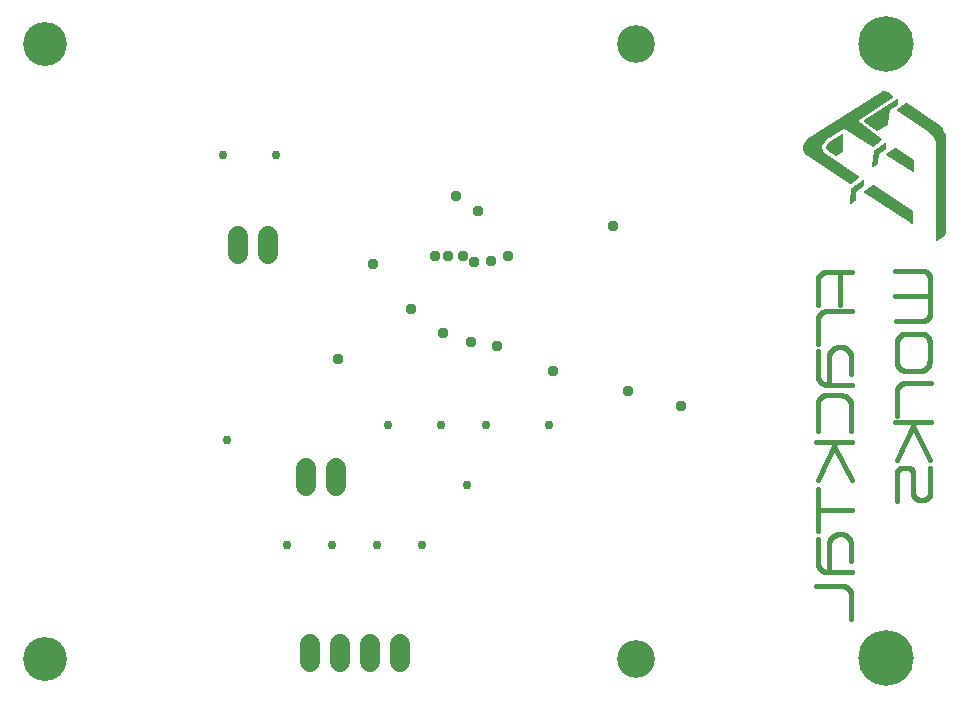
<source format=gbr>
G04 EAGLE Gerber RS-274X export*
G75*
%MOMM*%
%FSLAX34Y34*%
%LPD*%
%INSoldermask Bottom*%
%IPPOS*%
%AMOC8*
5,1,8,0,0,1.08239X$1,22.5*%
G01*
%ADD10C,4.703294*%
%ADD11C,3.203194*%
%ADD12C,3.712694*%
%ADD13C,1.727200*%
%ADD14C,0.762000*%
%ADD15C,0.406400*%
%ADD16C,0.959600*%

G36*
X848633Y537094D02*
X848633Y537094D01*
X848699Y537093D01*
X848721Y537103D01*
X848739Y537105D01*
X848772Y537126D01*
X848831Y537152D01*
X857213Y542994D01*
X857238Y543022D01*
X857270Y543042D01*
X857296Y543085D01*
X857329Y543123D01*
X857339Y543159D01*
X857358Y543191D01*
X857362Y543241D01*
X857376Y543290D01*
X857369Y543326D01*
X857372Y543364D01*
X857353Y543410D01*
X857344Y543460D01*
X857321Y543490D01*
X857307Y543524D01*
X857262Y543568D01*
X857239Y543598D01*
X857221Y543607D01*
X857203Y543625D01*
X828263Y562411D01*
X827166Y563282D01*
X826266Y564331D01*
X825582Y565532D01*
X825138Y566840D01*
X824951Y568209D01*
X825026Y569589D01*
X825362Y570930D01*
X825946Y572182D01*
X826757Y573301D01*
X827773Y574252D01*
X834653Y579106D01*
X841922Y583349D01*
X842504Y583576D01*
X843108Y583666D01*
X843718Y583620D01*
X844301Y583438D01*
X844861Y583113D01*
X867462Y568892D01*
X867522Y568871D01*
X867579Y568843D01*
X867603Y568844D01*
X867625Y568836D01*
X867689Y568844D01*
X867752Y568844D01*
X867776Y568855D01*
X867797Y568858D01*
X867829Y568879D01*
X867884Y568904D01*
X875758Y574492D01*
X875774Y574510D01*
X875795Y574522D01*
X875831Y574574D01*
X875873Y574622D01*
X875879Y574645D01*
X875893Y574665D01*
X875901Y574728D01*
X875918Y574789D01*
X875913Y574813D01*
X875917Y574836D01*
X875897Y574897D01*
X875884Y574959D01*
X875870Y574978D01*
X875862Y575001D01*
X875800Y575068D01*
X875779Y575096D01*
X875771Y575100D01*
X875764Y575108D01*
X857231Y588817D01*
X856755Y589213D01*
X856414Y589685D01*
X856200Y590226D01*
X856128Y590804D01*
X856200Y591382D01*
X856414Y591923D01*
X856755Y592395D01*
X857220Y592782D01*
X885648Y610803D01*
X885672Y610827D01*
X885702Y610844D01*
X885732Y610888D01*
X885769Y610927D01*
X885780Y610959D01*
X885799Y610988D01*
X885806Y611040D01*
X885823Y611091D01*
X885818Y611125D01*
X885823Y611159D01*
X885806Y611210D01*
X885798Y611263D01*
X885779Y611291D01*
X885768Y611324D01*
X885722Y611373D01*
X885700Y611405D01*
X885685Y611414D01*
X885670Y611430D01*
X880844Y614986D01*
X880826Y614994D01*
X880808Y615009D01*
X879780Y615602D01*
X879746Y615612D01*
X879701Y615636D01*
X878567Y615985D01*
X878532Y615987D01*
X878483Y616001D01*
X877300Y616088D01*
X877265Y616083D01*
X877214Y616085D01*
X876041Y615907D01*
X876009Y615894D01*
X875959Y615885D01*
X874854Y615450D01*
X874826Y615430D01*
X874779Y615410D01*
X873804Y614743D01*
X812340Y575122D01*
X812328Y575109D01*
X812309Y575099D01*
X811027Y574079D01*
X811008Y574054D01*
X810972Y574025D01*
X809924Y572766D01*
X809909Y572737D01*
X809880Y572702D01*
X809108Y571256D01*
X809100Y571225D01*
X809079Y571185D01*
X808615Y569614D01*
X808613Y569581D01*
X808601Y569538D01*
X808464Y567905D01*
X808469Y567873D01*
X808466Y567827D01*
X808662Y566201D01*
X808674Y566171D01*
X808680Y566125D01*
X809201Y564572D01*
X809218Y564545D01*
X809233Y564502D01*
X810058Y563086D01*
X810081Y563063D01*
X810104Y563024D01*
X811199Y561805D01*
X811225Y561786D01*
X811256Y561753D01*
X812574Y560780D01*
X812583Y560776D01*
X812591Y560769D01*
X848405Y537147D01*
X848467Y537124D01*
X848526Y537094D01*
X848547Y537094D01*
X848567Y537087D01*
X848633Y537094D01*
G37*
G36*
X921512Y488834D02*
X921512Y488834D01*
X921585Y488831D01*
X921600Y488837D01*
X921613Y488837D01*
X921647Y488856D01*
X921719Y488885D01*
X926799Y492187D01*
X926812Y492201D01*
X926833Y492212D01*
X927885Y493073D01*
X927906Y493100D01*
X927943Y493133D01*
X928783Y494202D01*
X928797Y494233D01*
X928827Y494273D01*
X929413Y495499D01*
X929420Y495533D01*
X929441Y495578D01*
X929746Y496903D01*
X929746Y496937D01*
X929756Y496986D01*
X929766Y498345D01*
X929766Y498346D01*
X929766Y498347D01*
X930020Y573277D01*
X930017Y573289D01*
X930019Y573304D01*
X929824Y576111D01*
X929817Y576134D01*
X929817Y576166D01*
X929217Y578915D01*
X929206Y578937D01*
X929201Y578968D01*
X928209Y581601D01*
X928196Y581621D01*
X928186Y581651D01*
X926822Y584113D01*
X926806Y584131D01*
X926792Y584159D01*
X925087Y586397D01*
X925074Y586407D01*
X925067Y586421D01*
X925058Y586427D01*
X925050Y586439D01*
X923038Y588405D01*
X923017Y588418D01*
X922996Y588441D01*
X920720Y590096D01*
X920712Y590099D01*
X920705Y590106D01*
X896321Y606108D01*
X896261Y606130D01*
X896205Y606159D01*
X896181Y606159D01*
X896158Y606167D01*
X896095Y606161D01*
X896032Y606162D01*
X896007Y606151D01*
X895986Y606149D01*
X895954Y606128D01*
X895899Y606105D01*
X887263Y600263D01*
X887237Y600234D01*
X887204Y600214D01*
X887179Y600172D01*
X887145Y600136D01*
X887134Y600099D01*
X887114Y600065D01*
X887110Y600016D01*
X887096Y599970D01*
X887103Y599931D01*
X887100Y599893D01*
X887118Y599847D01*
X887126Y599799D01*
X887149Y599768D01*
X887163Y599732D01*
X887206Y599690D01*
X887229Y599659D01*
X887248Y599649D01*
X887267Y599630D01*
X915448Y581097D01*
X917043Y579856D01*
X918410Y578389D01*
X919527Y576724D01*
X920365Y574903D01*
X920905Y572971D01*
X921132Y570971D01*
X921132Y489204D01*
X921148Y489133D01*
X921160Y489061D01*
X921168Y489049D01*
X921171Y489035D01*
X921218Y488979D01*
X921259Y488920D01*
X921272Y488913D01*
X921281Y488902D01*
X921348Y488872D01*
X921412Y488837D01*
X921426Y488837D01*
X921440Y488831D01*
X921512Y488834D01*
G37*
G36*
X900840Y503918D02*
X900840Y503918D01*
X900938Y503928D01*
X901265Y504025D01*
X901293Y504041D01*
X901382Y504084D01*
X901656Y504286D01*
X901677Y504311D01*
X901746Y504381D01*
X901935Y504664D01*
X901946Y504695D01*
X901988Y504784D01*
X902069Y505115D01*
X902070Y505151D01*
X902080Y505206D01*
X902080Y513842D01*
X902074Y513869D01*
X902076Y513897D01*
X902054Y513952D01*
X902041Y514011D01*
X902023Y514032D01*
X902013Y514058D01*
X901955Y514115D01*
X901931Y514144D01*
X901920Y514149D01*
X901909Y514160D01*
X868381Y536258D01*
X868327Y536278D01*
X868276Y536306D01*
X868246Y536307D01*
X868219Y536317D01*
X868161Y536311D01*
X868103Y536314D01*
X868071Y536302D01*
X868046Y536299D01*
X868017Y536280D01*
X867968Y536261D01*
X859586Y530927D01*
X859554Y530894D01*
X859516Y530870D01*
X859494Y530833D01*
X859465Y530803D01*
X859451Y530760D01*
X859428Y530721D01*
X859424Y530678D01*
X859411Y530638D01*
X859418Y530593D01*
X859414Y530548D01*
X859430Y530509D01*
X859436Y530467D01*
X859462Y530429D01*
X859479Y530387D01*
X859515Y530352D01*
X859535Y530324D01*
X859558Y530311D01*
X859583Y530287D01*
X899969Y504125D01*
X899996Y504115D01*
X900027Y504094D01*
X900341Y503961D01*
X900373Y503955D01*
X900468Y503931D01*
X900808Y503912D01*
X900840Y503918D01*
G37*
G36*
X871317Y582057D02*
X871317Y582057D01*
X871373Y582061D01*
X871436Y582086D01*
X871479Y582097D01*
X871506Y582116D01*
X871546Y582132D01*
X880436Y587466D01*
X880498Y587520D01*
X880565Y587568D01*
X880582Y587593D01*
X880605Y587614D01*
X880644Y587686D01*
X880690Y587754D01*
X880699Y587787D01*
X880712Y587811D01*
X880719Y587859D01*
X880740Y587934D01*
X882227Y600332D01*
X888700Y604363D01*
X888702Y604364D01*
X888703Y604365D01*
X888734Y604393D01*
X888737Y604394D01*
X888740Y604398D01*
X888785Y604439D01*
X888867Y604513D01*
X888868Y604515D01*
X888869Y604516D01*
X888920Y604615D01*
X888970Y604712D01*
X888971Y604714D01*
X888972Y604716D01*
X888999Y604901D01*
X888999Y608584D01*
X888996Y608604D01*
X888998Y608624D01*
X888976Y608714D01*
X888960Y608805D01*
X888949Y608822D01*
X888945Y608842D01*
X888893Y608918D01*
X888845Y608998D01*
X888830Y609011D01*
X888819Y609027D01*
X888743Y609081D01*
X888671Y609139D01*
X888652Y609146D01*
X888636Y609158D01*
X888546Y609182D01*
X888459Y609211D01*
X888439Y609211D01*
X888419Y609216D01*
X888327Y609207D01*
X888234Y609205D01*
X888216Y609197D01*
X888196Y609195D01*
X888036Y609124D01*
X888027Y609120D01*
X888026Y609120D01*
X888025Y609119D01*
X860085Y591339D01*
X860035Y591294D01*
X859980Y591256D01*
X859954Y591218D01*
X859920Y591187D01*
X859889Y591127D01*
X859851Y591073D01*
X859839Y591028D01*
X859818Y590987D01*
X859810Y590921D01*
X859793Y590856D01*
X859797Y590810D01*
X859792Y590764D01*
X859808Y590699D01*
X859814Y590633D01*
X859834Y590591D01*
X859845Y590546D01*
X859883Y590491D01*
X859912Y590431D01*
X859950Y590393D01*
X859971Y590361D01*
X860004Y590337D01*
X860044Y590297D01*
X870839Y582169D01*
X870889Y582144D01*
X870934Y582110D01*
X870988Y582094D01*
X871039Y582068D01*
X871095Y582062D01*
X871149Y582046D01*
X871206Y582049D01*
X871262Y582043D01*
X871317Y582057D01*
G37*
G36*
X902240Y547763D02*
X902240Y547763D01*
X902309Y547765D01*
X902325Y547774D01*
X902344Y547777D01*
X902401Y547815D01*
X902461Y547848D01*
X902472Y547863D01*
X902487Y547874D01*
X902521Y547934D01*
X902561Y547990D01*
X902565Y548010D01*
X902573Y548024D01*
X902575Y548063D01*
X902588Y548132D01*
X902588Y557530D01*
X902582Y557558D01*
X902584Y557586D01*
X902562Y557641D01*
X902549Y557699D01*
X902531Y557721D01*
X902520Y557747D01*
X902463Y557803D01*
X902439Y557832D01*
X902427Y557837D01*
X902417Y557848D01*
X886923Y568008D01*
X886867Y568028D01*
X886816Y568056D01*
X886787Y568058D01*
X886760Y568067D01*
X886701Y568061D01*
X886642Y568063D01*
X886612Y568051D01*
X886588Y568049D01*
X886558Y568029D01*
X886508Y568010D01*
X878634Y562930D01*
X878601Y562895D01*
X878561Y562868D01*
X878541Y562834D01*
X878514Y562805D01*
X878499Y562759D01*
X878475Y562718D01*
X878473Y562678D01*
X878461Y562640D01*
X878468Y562592D01*
X878465Y562545D01*
X878481Y562508D01*
X878487Y562469D01*
X878515Y562429D01*
X878533Y562385D01*
X878568Y562353D01*
X878586Y562327D01*
X878611Y562313D01*
X878640Y562287D01*
X902008Y547809D01*
X902073Y547787D01*
X902136Y547759D01*
X902154Y547759D01*
X902172Y547753D01*
X902240Y547763D01*
G37*
G36*
X836660Y560849D02*
X836660Y560849D01*
X836707Y560853D01*
X836783Y560885D01*
X836831Y560899D01*
X836850Y560913D01*
X836879Y560925D01*
X842086Y564100D01*
X842092Y564106D01*
X842099Y564109D01*
X842131Y564139D01*
X842164Y564158D01*
X842197Y564199D01*
X842254Y564249D01*
X842258Y564256D01*
X842263Y564261D01*
X842288Y564311D01*
X842305Y564332D01*
X842318Y564369D01*
X842360Y564447D01*
X842361Y564455D01*
X842364Y564462D01*
X842375Y564537D01*
X842377Y564545D01*
X842377Y564553D01*
X842390Y564648D01*
X842263Y579253D01*
X842257Y579285D01*
X842259Y579318D01*
X842250Y579349D01*
X842250Y579357D01*
X842242Y579376D01*
X842236Y579395D01*
X842222Y579473D01*
X842205Y579501D01*
X842195Y579533D01*
X842147Y579597D01*
X842106Y579665D01*
X842080Y579686D01*
X842060Y579712D01*
X841993Y579755D01*
X841930Y579805D01*
X841899Y579815D01*
X841871Y579833D01*
X841793Y579850D01*
X841717Y579875D01*
X841684Y579874D01*
X841652Y579881D01*
X841573Y579870D01*
X841493Y579867D01*
X841463Y579854D01*
X841430Y579849D01*
X841330Y579799D01*
X841286Y579780D01*
X841277Y579772D01*
X841263Y579765D01*
X829960Y571764D01*
X829938Y571742D01*
X829904Y571720D01*
X829307Y571189D01*
X829277Y571149D01*
X829206Y571074D01*
X828753Y570416D01*
X828733Y570370D01*
X828683Y570281D01*
X828400Y569533D01*
X828391Y569484D01*
X828364Y569385D01*
X828268Y568592D01*
X828270Y568542D01*
X828268Y568439D01*
X828364Y567646D01*
X828378Y567598D01*
X828400Y567498D01*
X828683Y566750D01*
X828708Y566707D01*
X828753Y566615D01*
X829206Y565957D01*
X829242Y565921D01*
X829307Y565842D01*
X829904Y565311D01*
X829932Y565294D01*
X829964Y565264D01*
X836187Y560946D01*
X836230Y560927D01*
X836267Y560899D01*
X836331Y560880D01*
X836391Y560853D01*
X836438Y560849D01*
X836483Y560836D01*
X836549Y560841D01*
X836615Y560836D01*
X836660Y560849D01*
G37*
G36*
X848892Y520200D02*
X848892Y520200D01*
X848937Y520197D01*
X849002Y520216D01*
X849070Y520226D01*
X849116Y520249D01*
X849152Y520260D01*
X849185Y520284D01*
X849237Y520311D01*
X852793Y522851D01*
X852812Y522871D01*
X852834Y522884D01*
X852855Y522909D01*
X852887Y522933D01*
X852914Y522975D01*
X852949Y523012D01*
X852963Y523043D01*
X852975Y523058D01*
X852984Y523082D01*
X853009Y523121D01*
X853023Y523179D01*
X853040Y523217D01*
X853042Y523254D01*
X853046Y523266D01*
X853047Y523270D01*
X853047Y523272D01*
X853055Y523303D01*
X853789Y530523D01*
X860048Y535309D01*
X860099Y535365D01*
X860156Y535415D01*
X860174Y535447D01*
X860200Y535475D01*
X860228Y535545D01*
X860264Y535611D01*
X860272Y535653D01*
X860284Y535683D01*
X860285Y535728D01*
X860297Y535796D01*
X860424Y540495D01*
X860417Y540539D01*
X860420Y540584D01*
X860410Y540618D01*
X860410Y540619D01*
X860408Y540623D01*
X860401Y540649D01*
X860390Y540717D01*
X860369Y540756D01*
X860356Y540799D01*
X860315Y540853D01*
X860282Y540913D01*
X860247Y540942D01*
X860220Y540978D01*
X860163Y541015D01*
X860111Y541059D01*
X860069Y541074D01*
X860031Y541099D01*
X859965Y541113D01*
X859901Y541137D01*
X859856Y541136D01*
X859812Y541146D01*
X859744Y541136D01*
X859676Y541136D01*
X859634Y541120D01*
X859590Y541114D01*
X859513Y541075D01*
X859466Y541057D01*
X859449Y541042D01*
X859423Y541029D01*
X849771Y534171D01*
X849726Y534125D01*
X849674Y534087D01*
X849648Y534046D01*
X849614Y534011D01*
X849587Y533952D01*
X849553Y533898D01*
X849539Y533843D01*
X849522Y533806D01*
X849520Y533768D01*
X849507Y533717D01*
X848237Y520890D01*
X848242Y520822D01*
X848238Y520753D01*
X848251Y520711D01*
X848255Y520666D01*
X848283Y520604D01*
X848303Y520539D01*
X848330Y520503D01*
X848349Y520462D01*
X848398Y520414D01*
X848439Y520360D01*
X848477Y520336D01*
X848509Y520304D01*
X848571Y520276D01*
X848628Y520240D01*
X848672Y520230D01*
X848713Y520212D01*
X848781Y520207D01*
X848848Y520193D01*
X848892Y520200D01*
G37*
G36*
X867667Y551695D02*
X867667Y551695D01*
X867711Y551691D01*
X867778Y551708D01*
X867846Y551715D01*
X867893Y551737D01*
X867929Y551747D01*
X867963Y551770D01*
X868016Y551795D01*
X871826Y554335D01*
X871853Y554362D01*
X871884Y554380D01*
X871900Y554400D01*
X871927Y554419D01*
X871954Y554458D01*
X871988Y554491D01*
X872008Y554532D01*
X872025Y554554D01*
X872031Y554572D01*
X872053Y554605D01*
X872068Y554658D01*
X872085Y554693D01*
X872089Y554732D01*
X872104Y554786D01*
X873083Y562745D01*
X878167Y566013D01*
X878214Y566057D01*
X878267Y566093D01*
X878295Y566133D01*
X878331Y566166D01*
X878360Y566224D01*
X878397Y566276D01*
X878414Y566330D01*
X878432Y566367D01*
X878436Y566405D01*
X878452Y566455D01*
X878969Y569988D01*
X879214Y571662D01*
X879211Y571735D01*
X879218Y571807D01*
X879208Y571846D01*
X879206Y571886D01*
X879179Y571954D01*
X879160Y572024D01*
X879137Y572057D01*
X879121Y572094D01*
X879072Y572148D01*
X879030Y572207D01*
X878997Y572230D01*
X878969Y572259D01*
X878905Y572292D01*
X878845Y572333D01*
X878805Y572343D01*
X878770Y572361D01*
X878697Y572370D01*
X878627Y572387D01*
X878587Y572382D01*
X878547Y572387D01*
X878476Y572370D01*
X878404Y572362D01*
X878362Y572342D01*
X878329Y572334D01*
X878292Y572309D01*
X878234Y572282D01*
X869090Y566186D01*
X869045Y566142D01*
X868993Y566106D01*
X868965Y566065D01*
X868928Y566030D01*
X868901Y565974D01*
X868865Y565922D01*
X868849Y565865D01*
X868831Y565828D01*
X868828Y565791D01*
X868813Y565742D01*
X867035Y552407D01*
X867038Y552338D01*
X867032Y552270D01*
X867043Y552227D01*
X867045Y552183D01*
X867072Y552120D01*
X867090Y552053D01*
X867116Y552017D01*
X867133Y551976D01*
X867180Y551926D01*
X867220Y551870D01*
X867257Y551845D01*
X867287Y551813D01*
X867349Y551782D01*
X867405Y551744D01*
X867448Y551733D01*
X867488Y551714D01*
X867557Y551707D01*
X867623Y551690D01*
X867667Y551695D01*
G37*
D10*
X879124Y655606D03*
X879124Y135666D03*
D11*
X666774Y135536D03*
X666774Y655606D03*
D12*
X166774Y655606D03*
X166774Y135536D03*
D13*
X442062Y132336D02*
X442062Y147576D01*
X416662Y147576D02*
X416662Y132336D01*
X391262Y132336D02*
X391262Y147576D01*
X467462Y147576D02*
X467462Y132336D01*
X330200Y478155D02*
X330200Y493395D01*
X355600Y493395D02*
X355600Y478155D01*
X387350Y296545D02*
X387350Y281305D01*
X412750Y281305D02*
X412750Y296545D01*
D14*
X361950Y561975D03*
X317500Y561975D03*
X523875Y282575D03*
X320675Y320675D03*
X539750Y333375D03*
X593725Y333375D03*
X457200Y333375D03*
X501650Y333375D03*
X371475Y231775D03*
X409575Y231775D03*
X447675Y231775D03*
X485775Y231775D03*
D15*
X821182Y434848D02*
X820928Y454406D01*
X820928Y455168D01*
X820930Y455352D01*
X820937Y455536D01*
X820948Y455720D01*
X820964Y455903D01*
X820984Y456086D01*
X821008Y456269D01*
X821037Y456451D01*
X821070Y456632D01*
X821108Y456812D01*
X821149Y456992D01*
X821196Y457170D01*
X821246Y457347D01*
X821301Y457523D01*
X821360Y457697D01*
X821423Y457870D01*
X821491Y458041D01*
X821562Y458211D01*
X821638Y458379D01*
X821717Y458545D01*
X821801Y458709D01*
X821888Y458871D01*
X821980Y459031D01*
X822075Y459189D01*
X822174Y459344D01*
X822277Y459497D01*
X822383Y459647D01*
X822493Y459795D01*
X822607Y459940D01*
X822724Y460082D01*
X822844Y460221D01*
X822968Y460357D01*
X823095Y460491D01*
X823225Y460621D01*
X823359Y460748D01*
X823495Y460872D01*
X823634Y460992D01*
X823776Y461109D01*
X823921Y461223D01*
X824069Y461333D01*
X824219Y461439D01*
X824372Y461542D01*
X824527Y461641D01*
X824685Y461736D01*
X824845Y461828D01*
X825007Y461915D01*
X825171Y461999D01*
X825337Y462078D01*
X825505Y462154D01*
X825675Y462225D01*
X825846Y462293D01*
X826019Y462356D01*
X826193Y462415D01*
X826369Y462470D01*
X826546Y462520D01*
X826724Y462567D01*
X826904Y462608D01*
X827084Y462646D01*
X827265Y462679D01*
X827447Y462708D01*
X827630Y462732D01*
X827813Y462752D01*
X827996Y462768D01*
X828180Y462779D01*
X828364Y462786D01*
X828548Y462788D01*
X849884Y462788D01*
X839470Y460502D02*
X839470Y434848D01*
X820928Y421640D02*
X820928Y402082D01*
X820928Y421640D02*
X820930Y421837D01*
X820938Y422035D01*
X820950Y422231D01*
X820966Y422428D01*
X820988Y422624D01*
X821014Y422820D01*
X821045Y423015D01*
X821081Y423209D01*
X821121Y423402D01*
X821166Y423594D01*
X821216Y423785D01*
X821270Y423975D01*
X821329Y424163D01*
X821393Y424350D01*
X821461Y424535D01*
X821533Y424719D01*
X821610Y424900D01*
X821691Y425080D01*
X821777Y425258D01*
X821867Y425434D01*
X821961Y425607D01*
X822060Y425778D01*
X822162Y425947D01*
X822269Y426113D01*
X822379Y426276D01*
X822494Y426437D01*
X822612Y426595D01*
X822734Y426750D01*
X822860Y426902D01*
X822989Y427051D01*
X823122Y427196D01*
X823259Y427339D01*
X823399Y427478D01*
X823542Y427614D01*
X823689Y427746D01*
X823839Y427874D01*
X823991Y427999D01*
X824147Y428120D01*
X824306Y428238D01*
X824467Y428351D01*
X824631Y428460D01*
X824798Y428566D01*
X824968Y428667D01*
X825139Y428764D01*
X825313Y428857D01*
X825490Y428946D01*
X825668Y429031D01*
X825848Y429111D01*
X826030Y429187D01*
X826214Y429258D01*
X826400Y429325D01*
X826587Y429387D01*
X826776Y429445D01*
X826966Y429498D01*
X827157Y429546D01*
X827350Y429590D01*
X827543Y429629D01*
X827737Y429664D01*
X827933Y429693D01*
X828128Y429718D01*
X828325Y429739D01*
X828521Y429754D01*
X828718Y429765D01*
X828916Y429771D01*
X829113Y429772D01*
X829310Y429768D01*
X849884Y430022D01*
X821182Y395732D02*
X821182Y375412D01*
X821184Y375213D01*
X821192Y375015D01*
X821204Y374817D01*
X821221Y374619D01*
X821243Y374421D01*
X821269Y374224D01*
X821301Y374028D01*
X821337Y373833D01*
X821378Y373638D01*
X821423Y373445D01*
X821474Y373253D01*
X821529Y373062D01*
X821589Y372873D01*
X821653Y372685D01*
X821722Y372498D01*
X821795Y372314D01*
X821873Y372131D01*
X821956Y371950D01*
X822042Y371772D01*
X822133Y371595D01*
X822229Y371421D01*
X822328Y371249D01*
X822432Y371079D01*
X822540Y370913D01*
X822652Y370749D01*
X822768Y370587D01*
X822888Y370429D01*
X823011Y370273D01*
X823139Y370121D01*
X823270Y369972D01*
X823405Y369826D01*
X823543Y369683D01*
X823684Y369544D01*
X823830Y369408D01*
X823978Y369276D01*
X824129Y369147D01*
X824284Y369022D01*
X824441Y368901D01*
X824602Y368784D01*
X824765Y368671D01*
X824931Y368562D01*
X825100Y368457D01*
X825271Y368356D01*
X825445Y368260D01*
X825620Y368167D01*
X825799Y368079D01*
X825979Y367995D01*
X826161Y367916D01*
X826345Y367841D01*
X826531Y367771D01*
X826718Y367705D01*
X826907Y367644D01*
X827098Y367588D01*
X827289Y367536D01*
X827482Y367489D01*
X827677Y367447D01*
X827872Y367409D01*
X828067Y367376D01*
X828264Y367348D01*
X828461Y367325D01*
X828659Y367306D01*
X828857Y367293D01*
X829056Y367284D01*
X850138Y367538D01*
X849122Y376428D02*
X849122Y390652D01*
X849119Y390867D01*
X849112Y391083D01*
X849099Y391298D01*
X849080Y391513D01*
X849057Y391727D01*
X849028Y391940D01*
X848994Y392153D01*
X848955Y392365D01*
X848911Y392576D01*
X848862Y392786D01*
X848808Y392994D01*
X848749Y393201D01*
X848685Y393407D01*
X848615Y393611D01*
X848541Y393813D01*
X848462Y394014D01*
X848378Y394212D01*
X848290Y394409D01*
X848196Y394603D01*
X848098Y394795D01*
X847996Y394984D01*
X847888Y395171D01*
X847777Y395355D01*
X847660Y395537D01*
X847540Y395715D01*
X847415Y395891D01*
X847286Y396064D01*
X847153Y396233D01*
X847016Y396399D01*
X846875Y396562D01*
X846729Y396721D01*
X846580Y396877D01*
X846428Y397029D01*
X846272Y397177D01*
X846112Y397322D01*
X845948Y397462D01*
X845782Y397599D01*
X845612Y397731D01*
X845439Y397860D01*
X845263Y397984D01*
X845084Y398104D01*
X844902Y398219D01*
X844717Y398330D01*
X844530Y398437D01*
X844340Y398538D01*
X844147Y398636D01*
X843953Y398728D01*
X843756Y398816D01*
X843557Y398899D01*
X843357Y398978D01*
X843154Y399051D01*
X842950Y399119D01*
X842744Y399183D01*
X842536Y399241D01*
X842328Y399295D01*
X842118Y399343D01*
X841907Y399386D01*
X841695Y399424D01*
X841482Y399457D01*
X841268Y399485D01*
X841054Y399508D01*
X840839Y399525D01*
X840624Y399537D01*
X840408Y399544D01*
X840193Y399546D01*
X839978Y399542D01*
X839733Y399532D01*
X839489Y399516D01*
X839246Y399495D01*
X839003Y399467D01*
X838761Y399433D01*
X838520Y399394D01*
X838279Y399348D01*
X838040Y399297D01*
X837803Y399240D01*
X837566Y399177D01*
X837332Y399109D01*
X837099Y399035D01*
X836868Y398955D01*
X836639Y398869D01*
X836412Y398778D01*
X836187Y398682D01*
X835965Y398580D01*
X835746Y398472D01*
X835529Y398360D01*
X835315Y398242D01*
X835103Y398118D01*
X834895Y397990D01*
X834690Y397857D01*
X834489Y397719D01*
X834291Y397576D01*
X834096Y397428D01*
X833905Y397275D01*
X833718Y397118D01*
X833535Y396956D01*
X833355Y396790D01*
X833180Y396619D01*
X833009Y396445D01*
X832842Y396266D01*
X832680Y396083D01*
X832522Y395896D01*
X832369Y395706D01*
X832221Y395512D01*
X832077Y395314D01*
X831938Y395113D01*
X831804Y394908D01*
X831675Y394700D01*
X831552Y394490D01*
X831433Y394276D01*
X831320Y394059D01*
X831212Y393840D01*
X831109Y393618D01*
X831012Y393394D01*
X830920Y393167D01*
X830834Y392938D01*
X830834Y369316D01*
X820928Y350774D02*
X820928Y328422D01*
X820928Y350774D02*
X820930Y350967D01*
X820937Y351161D01*
X820949Y351354D01*
X820966Y351546D01*
X820987Y351739D01*
X821013Y351930D01*
X821044Y352121D01*
X821079Y352311D01*
X821119Y352501D01*
X821163Y352689D01*
X821212Y352876D01*
X821266Y353062D01*
X821324Y353246D01*
X821387Y353429D01*
X821454Y353610D01*
X821526Y353790D01*
X821602Y353968D01*
X821682Y354144D01*
X821766Y354318D01*
X821855Y354490D01*
X821948Y354659D01*
X822045Y354826D01*
X822146Y354991D01*
X822252Y355154D01*
X822361Y355313D01*
X822474Y355470D01*
X822590Y355625D01*
X822711Y355776D01*
X822835Y355924D01*
X822963Y356069D01*
X823094Y356211D01*
X823229Y356350D01*
X823367Y356486D01*
X823508Y356618D01*
X823652Y356746D01*
X823800Y356871D01*
X823951Y356993D01*
X824104Y357110D01*
X824261Y357224D01*
X824420Y357334D01*
X824581Y357440D01*
X824746Y357542D01*
X824912Y357640D01*
X825081Y357734D01*
X825253Y357824D01*
X825426Y357909D01*
X825602Y357990D01*
X825779Y358067D01*
X825958Y358140D01*
X826139Y358208D01*
X826322Y358272D01*
X826506Y358331D01*
X826692Y358386D01*
X826878Y358436D01*
X827066Y358481D01*
X827255Y358522D01*
X827445Y358559D01*
X827636Y358590D01*
X827828Y358617D01*
X828020Y358640D01*
X828212Y358657D01*
X828405Y358670D01*
X828598Y358678D01*
X828792Y358682D01*
X828985Y358681D01*
X829179Y358675D01*
X829372Y358664D01*
X829564Y358648D01*
X840994Y358394D01*
X841199Y358387D01*
X841404Y358375D01*
X841609Y358358D01*
X841813Y358336D01*
X842017Y358309D01*
X842219Y358277D01*
X842421Y358241D01*
X842622Y358199D01*
X842822Y358152D01*
X843021Y358101D01*
X843219Y358045D01*
X843415Y357984D01*
X843609Y357919D01*
X843802Y357848D01*
X843993Y357773D01*
X844183Y357694D01*
X844370Y357610D01*
X844555Y357521D01*
X844738Y357428D01*
X844919Y357331D01*
X845097Y357229D01*
X845273Y357123D01*
X845446Y357012D01*
X845616Y356898D01*
X845784Y356779D01*
X845949Y356656D01*
X846110Y356530D01*
X846269Y356399D01*
X846424Y356265D01*
X846576Y356127D01*
X846725Y355985D01*
X846870Y355840D01*
X847011Y355691D01*
X847149Y355539D01*
X847283Y355384D01*
X847414Y355225D01*
X847540Y355064D01*
X847663Y354899D01*
X847781Y354731D01*
X847896Y354561D01*
X848006Y354388D01*
X848112Y354212D01*
X848214Y354034D01*
X848311Y353853D01*
X848404Y353670D01*
X848493Y353485D01*
X848577Y353297D01*
X848656Y353108D01*
X848731Y352917D01*
X848801Y352724D01*
X848867Y352529D01*
X848928Y352333D01*
X848983Y352136D01*
X849035Y351937D01*
X849081Y351737D01*
X849122Y351536D01*
X849376Y328422D01*
X836168Y318770D02*
X819912Y318770D01*
X836168Y318770D02*
X850138Y318770D01*
X836168Y318770D02*
X820928Y286766D01*
X849630Y286766D02*
X835152Y315976D01*
X821436Y279146D02*
X821436Y243586D01*
X821182Y261112D02*
X849884Y261112D01*
X821182Y237236D02*
X821182Y216916D01*
X821184Y216717D01*
X821192Y216519D01*
X821204Y216321D01*
X821221Y216123D01*
X821243Y215925D01*
X821269Y215728D01*
X821301Y215532D01*
X821337Y215337D01*
X821378Y215142D01*
X821423Y214949D01*
X821474Y214757D01*
X821529Y214566D01*
X821589Y214377D01*
X821653Y214189D01*
X821722Y214002D01*
X821795Y213818D01*
X821873Y213635D01*
X821956Y213454D01*
X822042Y213276D01*
X822133Y213099D01*
X822229Y212925D01*
X822328Y212753D01*
X822432Y212583D01*
X822540Y212417D01*
X822652Y212253D01*
X822768Y212091D01*
X822888Y211933D01*
X823011Y211777D01*
X823139Y211625D01*
X823270Y211476D01*
X823405Y211330D01*
X823543Y211187D01*
X823684Y211048D01*
X823830Y210912D01*
X823978Y210780D01*
X824129Y210651D01*
X824284Y210526D01*
X824441Y210405D01*
X824602Y210288D01*
X824765Y210175D01*
X824931Y210066D01*
X825100Y209961D01*
X825271Y209860D01*
X825445Y209764D01*
X825620Y209671D01*
X825799Y209583D01*
X825979Y209499D01*
X826161Y209420D01*
X826345Y209345D01*
X826531Y209275D01*
X826718Y209209D01*
X826907Y209148D01*
X827098Y209092D01*
X827289Y209040D01*
X827482Y208993D01*
X827677Y208951D01*
X827872Y208913D01*
X828067Y208880D01*
X828264Y208852D01*
X828461Y208829D01*
X828659Y208810D01*
X828857Y208797D01*
X829056Y208788D01*
X850138Y209042D01*
X849122Y217932D02*
X849122Y232156D01*
X849119Y232371D01*
X849112Y232587D01*
X849099Y232802D01*
X849080Y233017D01*
X849057Y233231D01*
X849028Y233444D01*
X848994Y233657D01*
X848955Y233869D01*
X848911Y234080D01*
X848862Y234290D01*
X848808Y234498D01*
X848749Y234705D01*
X848685Y234911D01*
X848615Y235115D01*
X848541Y235317D01*
X848462Y235518D01*
X848378Y235716D01*
X848290Y235913D01*
X848196Y236107D01*
X848098Y236299D01*
X847996Y236488D01*
X847888Y236675D01*
X847777Y236859D01*
X847660Y237041D01*
X847540Y237219D01*
X847415Y237395D01*
X847286Y237568D01*
X847153Y237737D01*
X847016Y237903D01*
X846875Y238066D01*
X846729Y238225D01*
X846580Y238381D01*
X846428Y238533D01*
X846272Y238681D01*
X846112Y238826D01*
X845948Y238966D01*
X845782Y239103D01*
X845612Y239235D01*
X845439Y239364D01*
X845263Y239488D01*
X845084Y239608D01*
X844902Y239723D01*
X844717Y239834D01*
X844530Y239941D01*
X844340Y240042D01*
X844147Y240140D01*
X843953Y240232D01*
X843756Y240320D01*
X843557Y240403D01*
X843357Y240482D01*
X843154Y240555D01*
X842950Y240623D01*
X842744Y240687D01*
X842536Y240745D01*
X842328Y240799D01*
X842118Y240847D01*
X841907Y240890D01*
X841695Y240928D01*
X841482Y240961D01*
X841268Y240989D01*
X841054Y241012D01*
X840839Y241029D01*
X840624Y241041D01*
X840408Y241048D01*
X840193Y241050D01*
X839978Y241046D01*
X839733Y241036D01*
X839489Y241020D01*
X839246Y240999D01*
X839003Y240971D01*
X838761Y240937D01*
X838520Y240898D01*
X838279Y240852D01*
X838040Y240801D01*
X837803Y240744D01*
X837566Y240681D01*
X837332Y240613D01*
X837099Y240539D01*
X836868Y240459D01*
X836639Y240373D01*
X836412Y240282D01*
X836187Y240186D01*
X835965Y240084D01*
X835746Y239976D01*
X835529Y239864D01*
X835315Y239746D01*
X835103Y239622D01*
X834895Y239494D01*
X834690Y239361D01*
X834489Y239223D01*
X834291Y239080D01*
X834096Y238932D01*
X833905Y238779D01*
X833718Y238622D01*
X833535Y238460D01*
X833355Y238294D01*
X833180Y238123D01*
X833009Y237949D01*
X832842Y237770D01*
X832680Y237587D01*
X832522Y237400D01*
X832369Y237210D01*
X832221Y237016D01*
X832077Y236818D01*
X831938Y236617D01*
X831804Y236412D01*
X831675Y236204D01*
X831552Y235994D01*
X831433Y235780D01*
X831320Y235563D01*
X831212Y235344D01*
X831109Y235122D01*
X831012Y234898D01*
X830920Y234671D01*
X830834Y234442D01*
X830834Y210820D01*
X840994Y197358D02*
X819658Y197358D01*
X840994Y197358D02*
X841194Y197356D01*
X841395Y197348D01*
X841595Y197336D01*
X841794Y197319D01*
X841994Y197297D01*
X842192Y197270D01*
X842390Y197238D01*
X842587Y197201D01*
X842783Y197160D01*
X842978Y197113D01*
X843172Y197062D01*
X843365Y197006D01*
X843556Y196946D01*
X843745Y196881D01*
X843933Y196811D01*
X844119Y196736D01*
X844303Y196657D01*
X844486Y196574D01*
X844666Y196486D01*
X844844Y196394D01*
X845019Y196297D01*
X845192Y196196D01*
X845363Y196091D01*
X845531Y195982D01*
X845696Y195868D01*
X845859Y195751D01*
X846018Y195630D01*
X846175Y195504D01*
X846328Y195375D01*
X846478Y195243D01*
X846625Y195106D01*
X846769Y194966D01*
X846909Y194823D01*
X847045Y194676D01*
X847178Y194526D01*
X847307Y194372D01*
X847432Y194216D01*
X847553Y194057D01*
X847671Y193894D01*
X847784Y193729D01*
X847894Y193561D01*
X847999Y193390D01*
X848100Y193217D01*
X848196Y193041D01*
X848289Y192864D01*
X848377Y192683D01*
X848460Y192501D01*
X848539Y192317D01*
X848613Y192131D01*
X848683Y191943D01*
X848749Y191754D01*
X848809Y191562D01*
X848865Y191370D01*
X848916Y191176D01*
X848962Y190981D01*
X849004Y190785D01*
X849041Y190588D01*
X849072Y190390D01*
X849099Y190192D01*
X849122Y189992D01*
X849376Y169164D01*
X886460Y464058D02*
X909066Y464058D01*
X909233Y464056D01*
X909400Y464050D01*
X909567Y464040D01*
X909733Y464025D01*
X909900Y464007D01*
X910065Y463985D01*
X910230Y463959D01*
X910395Y463928D01*
X910558Y463894D01*
X910721Y463856D01*
X910882Y463813D01*
X911043Y463767D01*
X911202Y463717D01*
X911361Y463663D01*
X911517Y463605D01*
X911673Y463544D01*
X911827Y463478D01*
X911979Y463409D01*
X912129Y463336D01*
X912278Y463260D01*
X912425Y463180D01*
X912569Y463097D01*
X912712Y463009D01*
X912852Y462919D01*
X912991Y462825D01*
X913127Y462728D01*
X913260Y462627D01*
X913391Y462524D01*
X913520Y462417D01*
X913645Y462307D01*
X913769Y462194D01*
X913889Y462078D01*
X914006Y461959D01*
X914121Y461837D01*
X914232Y461713D01*
X914341Y461586D01*
X914446Y461456D01*
X914548Y461324D01*
X914647Y461189D01*
X914743Y461052D01*
X914835Y460912D01*
X914924Y460771D01*
X915009Y460627D01*
X915091Y460481D01*
X915169Y460334D01*
X915244Y460184D01*
X915315Y460033D01*
X915382Y459880D01*
X915446Y459725D01*
X915505Y459569D01*
X915561Y459412D01*
X915613Y459253D01*
X915661Y459093D01*
X915706Y458932D01*
X915746Y458770D01*
X915782Y458607D01*
X915815Y458443D01*
X915843Y458278D01*
X915867Y458113D01*
X915888Y457947D01*
X915904Y457780D01*
X915916Y457614D01*
X915924Y457447D01*
X915928Y457280D01*
X915929Y457113D01*
X915924Y456946D01*
X915924Y427482D01*
X915922Y427331D01*
X915916Y427179D01*
X915906Y427028D01*
X915893Y426877D01*
X915875Y426727D01*
X915854Y426577D01*
X915828Y426427D01*
X915799Y426279D01*
X915766Y426131D01*
X915729Y425984D01*
X915689Y425838D01*
X915644Y425693D01*
X915596Y425549D01*
X915544Y425407D01*
X915489Y425266D01*
X915430Y425126D01*
X915367Y424989D01*
X915301Y424852D01*
X915231Y424718D01*
X915158Y424585D01*
X915082Y424454D01*
X915002Y424326D01*
X914918Y424199D01*
X914832Y424075D01*
X914742Y423953D01*
X914650Y423833D01*
X914554Y423715D01*
X914455Y423601D01*
X914353Y423488D01*
X914248Y423379D01*
X914141Y423272D01*
X914031Y423168D01*
X913918Y423067D01*
X913803Y422969D01*
X913685Y422874D01*
X913565Y422781D01*
X913442Y422692D01*
X913317Y422607D01*
X913190Y422524D01*
X913061Y422445D01*
X912930Y422369D01*
X912796Y422297D01*
X912662Y422228D01*
X912525Y422163D01*
X912387Y422101D01*
X912247Y422042D01*
X912106Y421988D01*
X911963Y421937D01*
X911819Y421889D01*
X911674Y421846D01*
X911528Y421806D01*
X911380Y421770D01*
X911232Y421738D01*
X911084Y421710D01*
X910934Y421685D01*
X910784Y421665D01*
X910633Y421648D01*
X910482Y421635D01*
X910331Y421626D01*
X910180Y421621D01*
X910028Y421620D01*
X909877Y421623D01*
X909725Y421630D01*
X909574Y421640D01*
X887222Y421640D01*
X886714Y442976D02*
X915670Y442976D01*
X897128Y410718D02*
X894588Y410718D01*
X897128Y410718D02*
X908304Y410718D01*
X908478Y410722D01*
X908651Y410721D01*
X908824Y410717D01*
X908997Y410708D01*
X909169Y410695D01*
X909341Y410678D01*
X909513Y410657D01*
X909684Y410631D01*
X909855Y410601D01*
X910025Y410568D01*
X910194Y410530D01*
X910362Y410488D01*
X910528Y410442D01*
X910694Y410391D01*
X910859Y410337D01*
X911022Y410279D01*
X911183Y410217D01*
X911343Y410151D01*
X911502Y410081D01*
X911658Y410008D01*
X911813Y409930D01*
X911966Y409849D01*
X912117Y409764D01*
X912266Y409676D01*
X912412Y409583D01*
X912557Y409488D01*
X912698Y409389D01*
X912838Y409286D01*
X912975Y409180D01*
X913109Y409071D01*
X913241Y408958D01*
X913370Y408843D01*
X913496Y408724D01*
X913619Y408602D01*
X913739Y408478D01*
X913856Y408350D01*
X913970Y408220D01*
X914080Y408087D01*
X914188Y407951D01*
X914292Y407812D01*
X914392Y407672D01*
X914489Y407528D01*
X914583Y407383D01*
X914673Y407235D01*
X914760Y407085D01*
X914843Y406933D01*
X914922Y406779D01*
X914997Y406623D01*
X915069Y406466D01*
X915136Y406306D01*
X915200Y406145D01*
X915260Y405983D01*
X915316Y405819D01*
X915368Y405654D01*
X915416Y405488D01*
X915460Y405320D01*
X915499Y405152D01*
X915535Y404982D01*
X915566Y404812D01*
X915594Y404641D01*
X915617Y404470D01*
X915636Y404298D01*
X915651Y404125D01*
X915661Y403952D01*
X915668Y403779D01*
X915670Y403606D01*
X915670Y387350D01*
X915668Y387148D01*
X915660Y386945D01*
X915648Y386743D01*
X915631Y386542D01*
X915608Y386341D01*
X915581Y386140D01*
X915549Y385940D01*
X915513Y385741D01*
X915471Y385543D01*
X915425Y385346D01*
X915373Y385151D01*
X915317Y384956D01*
X915257Y384763D01*
X915191Y384572D01*
X915121Y384382D01*
X915047Y384194D01*
X914968Y384008D01*
X914884Y383823D01*
X914796Y383641D01*
X914703Y383461D01*
X914606Y383284D01*
X914505Y383108D01*
X914400Y382936D01*
X914290Y382766D01*
X914176Y382598D01*
X914058Y382434D01*
X913937Y382272D01*
X913811Y382114D01*
X913681Y381958D01*
X913548Y381806D01*
X913411Y381657D01*
X913271Y381511D01*
X913127Y381369D01*
X912979Y381230D01*
X912828Y381096D01*
X912674Y380964D01*
X912517Y380837D01*
X912357Y380713D01*
X912194Y380594D01*
X912028Y380478D01*
X911859Y380366D01*
X911687Y380259D01*
X911513Y380156D01*
X911337Y380057D01*
X911158Y379962D01*
X910977Y379872D01*
X910794Y379786D01*
X910608Y379705D01*
X910421Y379628D01*
X910232Y379556D01*
X910041Y379489D01*
X909849Y379426D01*
X909655Y379368D01*
X909460Y379314D01*
X909263Y379266D01*
X909066Y379222D01*
X895604Y379222D01*
X895421Y379224D01*
X895239Y379231D01*
X895056Y379242D01*
X894874Y379258D01*
X894693Y379278D01*
X894512Y379303D01*
X894331Y379332D01*
X894152Y379365D01*
X893973Y379403D01*
X893795Y379445D01*
X893619Y379492D01*
X893443Y379542D01*
X893269Y379598D01*
X893096Y379657D01*
X892925Y379721D01*
X892755Y379788D01*
X892587Y379860D01*
X892421Y379936D01*
X892257Y380016D01*
X892095Y380101D01*
X891935Y380189D01*
X891777Y380281D01*
X891621Y380376D01*
X891468Y380476D01*
X891318Y380579D01*
X891169Y380686D01*
X891024Y380797D01*
X890881Y380911D01*
X890742Y381029D01*
X890605Y381150D01*
X890471Y381274D01*
X890340Y381401D01*
X890212Y381532D01*
X890088Y381666D01*
X889967Y381803D01*
X889849Y381942D01*
X889735Y382085D01*
X889624Y382230D01*
X889517Y382378D01*
X889414Y382529D01*
X889314Y382682D01*
X889218Y382838D01*
X889126Y382995D01*
X889038Y383155D01*
X888954Y383318D01*
X888874Y383482D01*
X888797Y383648D01*
X888725Y383816D01*
X888657Y383985D01*
X888594Y384156D01*
X888534Y384329D01*
X888479Y384503D01*
X888428Y384679D01*
X888381Y384855D01*
X888339Y385033D01*
X888301Y385212D01*
X888267Y385391D01*
X888238Y385572D01*
X888238Y390144D01*
X888238Y402590D01*
X888238Y402844D02*
X888238Y390144D01*
X888238Y402844D02*
X888240Y403038D01*
X888248Y403233D01*
X888259Y403427D01*
X888276Y403621D01*
X888298Y403814D01*
X888324Y404007D01*
X888355Y404199D01*
X888390Y404390D01*
X888430Y404580D01*
X888475Y404769D01*
X888525Y404958D01*
X888579Y405144D01*
X888638Y405330D01*
X888701Y405514D01*
X888768Y405696D01*
X888841Y405877D01*
X888917Y406055D01*
X888998Y406232D01*
X889083Y406407D01*
X889173Y406580D01*
X889267Y406750D01*
X889364Y406918D01*
X889466Y407084D01*
X889572Y407247D01*
X889682Y407407D01*
X889796Y407565D01*
X889914Y407720D01*
X890035Y407872D01*
X890160Y408021D01*
X890289Y408167D01*
X890421Y408309D01*
X890557Y408448D01*
X890696Y408584D01*
X890838Y408717D01*
X890984Y408846D01*
X891133Y408971D01*
X891284Y409093D01*
X891439Y409211D01*
X891597Y409325D01*
X891757Y409435D01*
X891920Y409541D01*
X892085Y409643D01*
X892253Y409741D01*
X892424Y409835D01*
X892596Y409925D01*
X892771Y410011D01*
X892947Y410092D01*
X893126Y410169D01*
X893307Y410241D01*
X893489Y410309D01*
X893673Y410373D01*
X893858Y410432D01*
X894045Y410486D01*
X894233Y410536D01*
X894422Y410581D01*
X894612Y410622D01*
X894803Y410657D01*
X894995Y410689D01*
X895188Y410715D01*
X895381Y410737D01*
X895575Y410754D01*
X895769Y410766D01*
X895963Y410773D01*
X896158Y410776D01*
X896352Y410774D01*
X896547Y410767D01*
X896741Y410755D01*
X896935Y410739D01*
X897128Y410718D01*
X887730Y360680D02*
X887730Y340868D01*
X887730Y360680D02*
X887732Y360884D01*
X887740Y361087D01*
X887752Y361291D01*
X887769Y361493D01*
X887792Y361696D01*
X887819Y361898D01*
X887850Y362099D01*
X887887Y362299D01*
X887929Y362499D01*
X887975Y362697D01*
X888026Y362894D01*
X888082Y363090D01*
X888143Y363284D01*
X888208Y363477D01*
X888278Y363669D01*
X888353Y363858D01*
X888432Y364046D01*
X888516Y364232D01*
X888604Y364415D01*
X888696Y364597D01*
X888793Y364776D01*
X888895Y364953D01*
X889000Y365127D01*
X889110Y365298D01*
X889223Y365467D01*
X889341Y365634D01*
X889463Y365797D01*
X889589Y365957D01*
X889718Y366114D01*
X889852Y366268D01*
X889989Y366419D01*
X890129Y366566D01*
X890273Y366710D01*
X890421Y366850D01*
X890572Y366987D01*
X890726Y367120D01*
X890883Y367250D01*
X891044Y367375D01*
X891207Y367497D01*
X891374Y367614D01*
X891543Y367728D01*
X891715Y367837D01*
X891889Y367942D01*
X892066Y368043D01*
X892245Y368140D01*
X892427Y368232D01*
X892611Y368320D01*
X892796Y368403D01*
X892984Y368482D01*
X893174Y368556D01*
X893365Y368626D01*
X893558Y368691D01*
X893753Y368752D01*
X893949Y368807D01*
X894146Y368858D01*
X894344Y368904D01*
X894544Y368945D01*
X894744Y368982D01*
X894945Y369013D01*
X895147Y369040D01*
X895350Y369062D01*
X916686Y369062D01*
X902970Y335534D02*
X886714Y335534D01*
X902970Y335534D02*
X916940Y335534D01*
X902970Y335534D02*
X887730Y303530D01*
X916432Y303530D02*
X901954Y332740D01*
X887984Y291846D02*
X888238Y268986D01*
X887984Y291846D02*
X887985Y291990D01*
X887989Y292133D01*
X887997Y292277D01*
X888009Y292420D01*
X888025Y292563D01*
X888044Y292705D01*
X888068Y292847D01*
X888095Y292988D01*
X888126Y293129D01*
X888161Y293268D01*
X888200Y293406D01*
X888242Y293544D01*
X888288Y293680D01*
X888338Y293815D01*
X888391Y293948D01*
X888448Y294080D01*
X888509Y294211D01*
X888573Y294340D01*
X888640Y294467D01*
X888711Y294592D01*
X888785Y294715D01*
X888862Y294836D01*
X888943Y294955D01*
X889027Y295072D01*
X889114Y295186D01*
X889204Y295298D01*
X889297Y295408D01*
X889393Y295515D01*
X889491Y295619D01*
X889593Y295721D01*
X889697Y295820D01*
X889804Y295916D01*
X889914Y296009D01*
X890026Y296100D01*
X890140Y296187D01*
X890256Y296271D01*
X890375Y296352D01*
X890496Y296429D01*
X890619Y296504D01*
X890744Y296575D01*
X890871Y296642D01*
X891000Y296706D01*
X891130Y296767D01*
X891262Y296824D01*
X891396Y296878D01*
X891530Y296928D01*
X891666Y296974D01*
X891804Y297017D01*
X891942Y297055D01*
X892082Y297091D01*
X892222Y297122D01*
X892363Y297149D01*
X892505Y297173D01*
X892647Y297193D01*
X892790Y297209D01*
X892933Y297221D01*
X893077Y297230D01*
X893220Y297234D01*
X893364Y297235D01*
X893508Y297231D01*
X893651Y297224D01*
X893795Y297213D01*
X893938Y297198D01*
X894080Y297180D01*
X894248Y297158D01*
X894417Y297140D01*
X894587Y297125D01*
X894756Y297115D01*
X894926Y297109D01*
X895096Y297107D01*
X895266Y297109D01*
X895436Y297115D01*
X895605Y297125D01*
X895775Y297140D01*
X895944Y297158D01*
X896112Y297180D01*
X896252Y297198D01*
X896393Y297213D01*
X896533Y297223D01*
X896675Y297230D01*
X896816Y297233D01*
X896957Y297232D01*
X897098Y297227D01*
X897239Y297218D01*
X897380Y297205D01*
X897520Y297188D01*
X897660Y297168D01*
X897799Y297144D01*
X897938Y297115D01*
X898076Y297083D01*
X898212Y297047D01*
X898348Y297008D01*
X898482Y296964D01*
X898616Y296917D01*
X898747Y296867D01*
X898878Y296812D01*
X899007Y296755D01*
X899134Y296693D01*
X899260Y296628D01*
X899383Y296560D01*
X899505Y296488D01*
X899625Y296413D01*
X899742Y296335D01*
X899858Y296253D01*
X899971Y296168D01*
X900081Y296080D01*
X900190Y295989D01*
X900295Y295896D01*
X900398Y295799D01*
X900499Y295699D01*
X900596Y295597D01*
X900691Y295492D01*
X900782Y295385D01*
X900871Y295275D01*
X900957Y295162D01*
X901039Y295048D01*
X901119Y294931D01*
X901195Y294812D01*
X901267Y294690D01*
X901337Y294567D01*
X901403Y294442D01*
X901465Y294316D01*
X901524Y294187D01*
X901579Y294057D01*
X901631Y293926D01*
X901679Y293793D01*
X901724Y293659D01*
X901764Y293523D01*
X901801Y293387D01*
X901834Y293250D01*
X901864Y293111D01*
X901889Y292972D01*
X901911Y292833D01*
X901929Y292693D01*
X901943Y292552D01*
X901953Y292411D01*
X901959Y292270D01*
X901961Y292129D01*
X901959Y291987D01*
X901954Y291846D01*
X901954Y275590D01*
X901956Y275444D01*
X901962Y275299D01*
X901971Y275154D01*
X901984Y275009D01*
X902002Y274864D01*
X902023Y274720D01*
X902047Y274576D01*
X902076Y274433D01*
X902108Y274291D01*
X902144Y274150D01*
X902183Y274010D01*
X902226Y273871D01*
X902273Y273733D01*
X902324Y273596D01*
X902378Y273461D01*
X902435Y273327D01*
X902496Y273195D01*
X902561Y273065D01*
X902629Y272936D01*
X902700Y272809D01*
X902774Y272684D01*
X902852Y272560D01*
X902933Y272439D01*
X903017Y272320D01*
X903104Y272204D01*
X903195Y272089D01*
X903288Y271978D01*
X903384Y271868D01*
X903483Y271761D01*
X903584Y271657D01*
X903689Y271555D01*
X903796Y271457D01*
X903905Y271361D01*
X904017Y271268D01*
X904132Y271178D01*
X904249Y271090D01*
X904368Y271006D01*
X904489Y270926D01*
X904612Y270848D01*
X904737Y270774D01*
X904864Y270703D01*
X904993Y270635D01*
X905124Y270571D01*
X905256Y270510D01*
X905257Y270510D02*
X905454Y270425D01*
X905654Y270345D01*
X905856Y270269D01*
X906060Y270199D01*
X906265Y270134D01*
X906472Y270073D01*
X906680Y270018D01*
X906890Y269968D01*
X907100Y269922D01*
X907312Y269882D01*
X907525Y269848D01*
X907738Y269818D01*
X907952Y269794D01*
X908167Y269774D01*
X908382Y269760D01*
X908597Y269752D01*
X908812Y269748D01*
X909009Y269750D01*
X909205Y269756D01*
X909401Y269767D01*
X909597Y269782D01*
X909792Y269803D01*
X909987Y269828D01*
X910181Y269858D01*
X910374Y269892D01*
X910567Y269931D01*
X910758Y269974D01*
X910949Y270023D01*
X911138Y270075D01*
X911326Y270133D01*
X911512Y270194D01*
X911697Y270260D01*
X911880Y270331D01*
X912062Y270406D01*
X912242Y270485D01*
X912419Y270569D01*
X912595Y270657D01*
X912768Y270749D01*
X912940Y270845D01*
X913109Y270945D01*
X913275Y271049D01*
X913439Y271158D01*
X913600Y271270D01*
X913759Y271386D01*
X913914Y271505D01*
X914067Y271629D01*
X914217Y271756D01*
X914364Y271887D01*
X914507Y272021D01*
X914647Y272158D01*
X914784Y272299D01*
X914918Y272443D01*
X915048Y272590D01*
X915174Y272740D01*
X915297Y272894D01*
X915416Y273050D01*
X915487Y273149D01*
X915556Y273251D01*
X915621Y273354D01*
X915682Y273459D01*
X915741Y273567D01*
X915796Y273676D01*
X915848Y273786D01*
X915896Y273899D01*
X915941Y274012D01*
X915982Y274127D01*
X916019Y274244D01*
X916053Y274361D01*
X916083Y274479D01*
X916110Y274599D01*
X916132Y274719D01*
X916151Y274839D01*
X916167Y274960D01*
X916178Y275082D01*
X916178Y296672D01*
D16*
X527050Y403225D03*
X508000Y476250D03*
X549275Y400050D03*
X520700Y476250D03*
X558800Y476250D03*
X596900Y379310D03*
X533400Y514350D03*
X544576Y472440D03*
X660400Y361950D03*
X529590Y471678D03*
X514350Y527050D03*
X647700Y501650D03*
X704850Y349250D03*
X503428Y411226D03*
X496556Y476250D03*
X476250Y431800D03*
X444500Y469900D03*
X414710Y389310D03*
M02*

</source>
